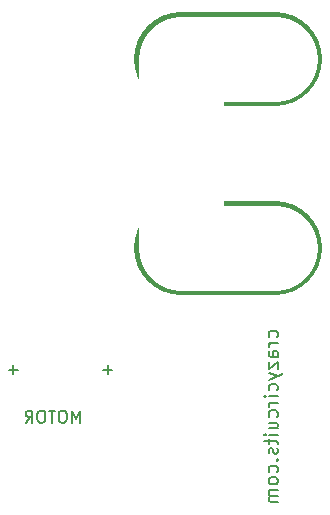
<source format=gbo>
%TF.GenerationSoftware,KiCad,Pcbnew,4.0.7-e2-6376~58~ubuntu16.04.1*%
%TF.CreationDate,2017-10-07T16:36:03-07:00*%
%TF.ProjectId,VibeMotor-Button-Battery,566962654D6F746F722D427574746F6E,v1.3*%
%TF.FileFunction,Legend,Bot*%
%FSLAX46Y46*%
G04 Gerber Fmt 4.6, Leading zero omitted, Abs format (unit mm)*
G04 Created by KiCad (PCBNEW 4.0.7-e2-6376~58~ubuntu16.04.1) date Sat Oct  7 16:36:03 2017*
%MOMM*%
%LPD*%
G01*
G04 APERTURE LIST*
%ADD10C,0.350000*%
%ADD11C,8.000000*%
%ADD12C,0.177800*%
%ADD13C,0.150000*%
%ADD14C,7.200000*%
%ADD15C,1.852400*%
%ADD16C,6.352400*%
%ADD17C,5.132400*%
%ADD18C,6.152400*%
%ADD19C,1.452400*%
%ADD20C,1.552400*%
%ADD21C,2.152400*%
G04 APERTURE END LIST*
D10*
D11*
X55613300Y-29985700D02*
X47613300Y-29985700D01*
X55613300Y-45985700D02*
X47613300Y-45985700D01*
D12*
X55783843Y-53526872D02*
X55838271Y-53418015D01*
X55838271Y-53200301D01*
X55783843Y-53091443D01*
X55729414Y-53037015D01*
X55620557Y-52982586D01*
X55293986Y-52982586D01*
X55185129Y-53037015D01*
X55130700Y-53091443D01*
X55076271Y-53200301D01*
X55076271Y-53418015D01*
X55130700Y-53526872D01*
X55838271Y-54016729D02*
X55076271Y-54016729D01*
X55293986Y-54016729D02*
X55185129Y-54071157D01*
X55130700Y-54125586D01*
X55076271Y-54234443D01*
X55076271Y-54343300D01*
X55838271Y-55214157D02*
X55239557Y-55214157D01*
X55130700Y-55159728D01*
X55076271Y-55050871D01*
X55076271Y-54833157D01*
X55130700Y-54724300D01*
X55783843Y-55214157D02*
X55838271Y-55105300D01*
X55838271Y-54833157D01*
X55783843Y-54724300D01*
X55674986Y-54669871D01*
X55566129Y-54669871D01*
X55457271Y-54724300D01*
X55402843Y-54833157D01*
X55402843Y-55105300D01*
X55348414Y-55214157D01*
X55076271Y-55649586D02*
X55076271Y-56248300D01*
X55838271Y-55649586D01*
X55838271Y-56248300D01*
X55076271Y-56574872D02*
X55838271Y-56847015D01*
X55076271Y-57119157D02*
X55838271Y-56847015D01*
X56110414Y-56738157D01*
X56164843Y-56683729D01*
X56219271Y-56574872D01*
X55783843Y-58044443D02*
X55838271Y-57935586D01*
X55838271Y-57717872D01*
X55783843Y-57609014D01*
X55729414Y-57554586D01*
X55620557Y-57500157D01*
X55293986Y-57500157D01*
X55185129Y-57554586D01*
X55130700Y-57609014D01*
X55076271Y-57717872D01*
X55076271Y-57935586D01*
X55130700Y-58044443D01*
X55838271Y-58534300D02*
X55076271Y-58534300D01*
X54695271Y-58534300D02*
X54749700Y-58479871D01*
X54804129Y-58534300D01*
X54749700Y-58588728D01*
X54695271Y-58534300D01*
X54804129Y-58534300D01*
X55838271Y-59078586D02*
X55076271Y-59078586D01*
X55293986Y-59078586D02*
X55185129Y-59133014D01*
X55130700Y-59187443D01*
X55076271Y-59296300D01*
X55076271Y-59405157D01*
X55783843Y-60276014D02*
X55838271Y-60167157D01*
X55838271Y-59949443D01*
X55783843Y-59840585D01*
X55729414Y-59786157D01*
X55620557Y-59731728D01*
X55293986Y-59731728D01*
X55185129Y-59786157D01*
X55130700Y-59840585D01*
X55076271Y-59949443D01*
X55076271Y-60167157D01*
X55130700Y-60276014D01*
X55076271Y-61255728D02*
X55838271Y-61255728D01*
X55076271Y-60765871D02*
X55674986Y-60765871D01*
X55783843Y-60820299D01*
X55838271Y-60929157D01*
X55838271Y-61092442D01*
X55783843Y-61201299D01*
X55729414Y-61255728D01*
X55838271Y-61800014D02*
X55076271Y-61800014D01*
X54695271Y-61800014D02*
X54749700Y-61745585D01*
X54804129Y-61800014D01*
X54749700Y-61854442D01*
X54695271Y-61800014D01*
X54804129Y-61800014D01*
X55076271Y-62181014D02*
X55076271Y-62616443D01*
X54695271Y-62344300D02*
X55674986Y-62344300D01*
X55783843Y-62398728D01*
X55838271Y-62507586D01*
X55838271Y-62616443D01*
X55783843Y-62943014D02*
X55838271Y-63051871D01*
X55838271Y-63269586D01*
X55783843Y-63378443D01*
X55674986Y-63432871D01*
X55620557Y-63432871D01*
X55511700Y-63378443D01*
X55457271Y-63269586D01*
X55457271Y-63106300D01*
X55402843Y-62997443D01*
X55293986Y-62943014D01*
X55239557Y-62943014D01*
X55130700Y-62997443D01*
X55076271Y-63106300D01*
X55076271Y-63269586D01*
X55130700Y-63378443D01*
X55729414Y-63922729D02*
X55783843Y-63977157D01*
X55838271Y-63922729D01*
X55783843Y-63868300D01*
X55729414Y-63922729D01*
X55838271Y-63922729D01*
X55783843Y-64956872D02*
X55838271Y-64848015D01*
X55838271Y-64630301D01*
X55783843Y-64521443D01*
X55729414Y-64467015D01*
X55620557Y-64412586D01*
X55293986Y-64412586D01*
X55185129Y-64467015D01*
X55130700Y-64521443D01*
X55076271Y-64630301D01*
X55076271Y-64848015D01*
X55130700Y-64956872D01*
X55838271Y-65610015D02*
X55783843Y-65501157D01*
X55729414Y-65446729D01*
X55620557Y-65392300D01*
X55293986Y-65392300D01*
X55185129Y-65446729D01*
X55130700Y-65501157D01*
X55076271Y-65610015D01*
X55076271Y-65773300D01*
X55130700Y-65882157D01*
X55185129Y-65936586D01*
X55293986Y-65991015D01*
X55620557Y-65991015D01*
X55729414Y-65936586D01*
X55783843Y-65882157D01*
X55838271Y-65773300D01*
X55838271Y-65610015D01*
X55838271Y-66480872D02*
X55076271Y-66480872D01*
X55185129Y-66480872D02*
X55130700Y-66535300D01*
X55076271Y-66644158D01*
X55076271Y-66807443D01*
X55130700Y-66916300D01*
X55239557Y-66970729D01*
X55838271Y-66970729D01*
X55239557Y-66970729D02*
X55130700Y-67025158D01*
X55076271Y-67134015D01*
X55076271Y-67297300D01*
X55130700Y-67406158D01*
X55239557Y-67460586D01*
X55838271Y-67460586D01*
D13*
X36994252Y-33457129D02*
X36232347Y-33457129D01*
X36613299Y-33838081D02*
X36613299Y-33076176D01*
X36994252Y-42257129D02*
X36232347Y-42257129D01*
X36613299Y-42638081D02*
X36613299Y-41876176D01*
X39051305Y-60764181D02*
X39051305Y-59764181D01*
X38717971Y-60478467D01*
X38384638Y-59764181D01*
X38384638Y-60764181D01*
X37717972Y-59764181D02*
X37527495Y-59764181D01*
X37432257Y-59811800D01*
X37337019Y-59907038D01*
X37289400Y-60097514D01*
X37289400Y-60430848D01*
X37337019Y-60621324D01*
X37432257Y-60716562D01*
X37527495Y-60764181D01*
X37717972Y-60764181D01*
X37813210Y-60716562D01*
X37908448Y-60621324D01*
X37956067Y-60430848D01*
X37956067Y-60097514D01*
X37908448Y-59907038D01*
X37813210Y-59811800D01*
X37717972Y-59764181D01*
X37003686Y-59764181D02*
X36432257Y-59764181D01*
X36717972Y-60764181D02*
X36717972Y-59764181D01*
X35908448Y-59764181D02*
X35717971Y-59764181D01*
X35622733Y-59811800D01*
X35527495Y-59907038D01*
X35479876Y-60097514D01*
X35479876Y-60430848D01*
X35527495Y-60621324D01*
X35622733Y-60716562D01*
X35717971Y-60764181D01*
X35908448Y-60764181D01*
X36003686Y-60716562D01*
X36098924Y-60621324D01*
X36146543Y-60430848D01*
X36146543Y-60097514D01*
X36098924Y-59907038D01*
X36003686Y-59811800D01*
X35908448Y-59764181D01*
X34479876Y-60764181D02*
X34813210Y-60287990D01*
X35051305Y-60764181D02*
X35051305Y-59764181D01*
X34670352Y-59764181D01*
X34575114Y-59811800D01*
X34527495Y-59859419D01*
X34479876Y-59954657D01*
X34479876Y-60097514D01*
X34527495Y-60192752D01*
X34575114Y-60240371D01*
X34670352Y-60287990D01*
X35051305Y-60287990D01*
X41435829Y-55930848D02*
X41435829Y-56692753D01*
X41816781Y-56311801D02*
X41054876Y-56311801D01*
X33435829Y-55930848D02*
X33435829Y-56692753D01*
X33816781Y-56311801D02*
X33054876Y-56311801D01*
%LPC*%
D14*
X47613300Y-45985700D02*
X55613300Y-45985700D01*
X47613300Y-29985700D02*
X47613300Y-45985700D01*
X55613300Y-29985700D02*
X47613300Y-29985700D01*
X39613300Y-45985700D02*
X39613300Y-29985700D01*
D15*
X31376600Y-35158400D03*
X31376600Y-41158400D03*
X27376600Y-35158400D03*
X27376600Y-41158400D03*
D16*
X29362400Y-46151800D03*
X29362400Y-30151800D03*
D17*
X47613300Y-37985700D03*
X55613300Y-37985700D03*
X39613300Y-37985700D03*
D18*
X55613300Y-45985700D03*
D17*
X47613300Y-45985700D03*
D18*
X39613300Y-45985700D03*
X55613300Y-29985700D03*
D17*
X47613300Y-29985700D03*
D18*
X39613300Y-29985700D03*
D19*
X41789400Y-58736800D03*
D20*
X41789400Y-60386800D03*
D19*
X41789400Y-62036800D03*
D21*
X31589400Y-60386800D03*
D18*
X29364400Y-56311800D03*
X45364400Y-56311800D03*
X45364400Y-64311800D03*
X37364400Y-64311800D03*
X29364400Y-64311800D03*
X37364400Y-56311800D03*
M02*

</source>
